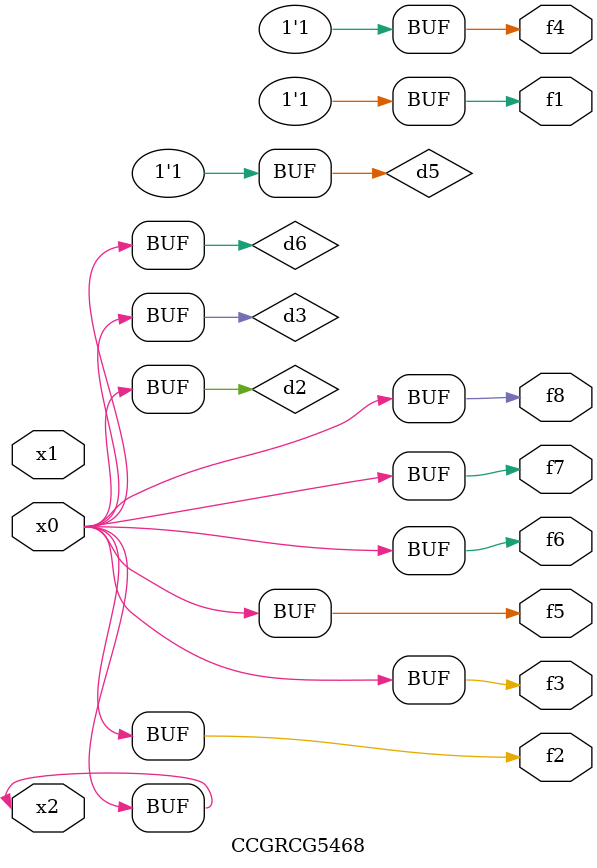
<source format=v>
module CCGRCG5468(
	input x0, x1, x2,
	output f1, f2, f3, f4, f5, f6, f7, f8
);

	wire d1, d2, d3, d4, d5, d6;

	xnor (d1, x2);
	buf (d2, x0, x2);
	and (d3, x0);
	xnor (d4, x1, x2);
	nand (d5, d1, d3);
	buf (d6, d2, d3);
	assign f1 = d5;
	assign f2 = d6;
	assign f3 = d6;
	assign f4 = d5;
	assign f5 = d6;
	assign f6 = d6;
	assign f7 = d6;
	assign f8 = d6;
endmodule

</source>
